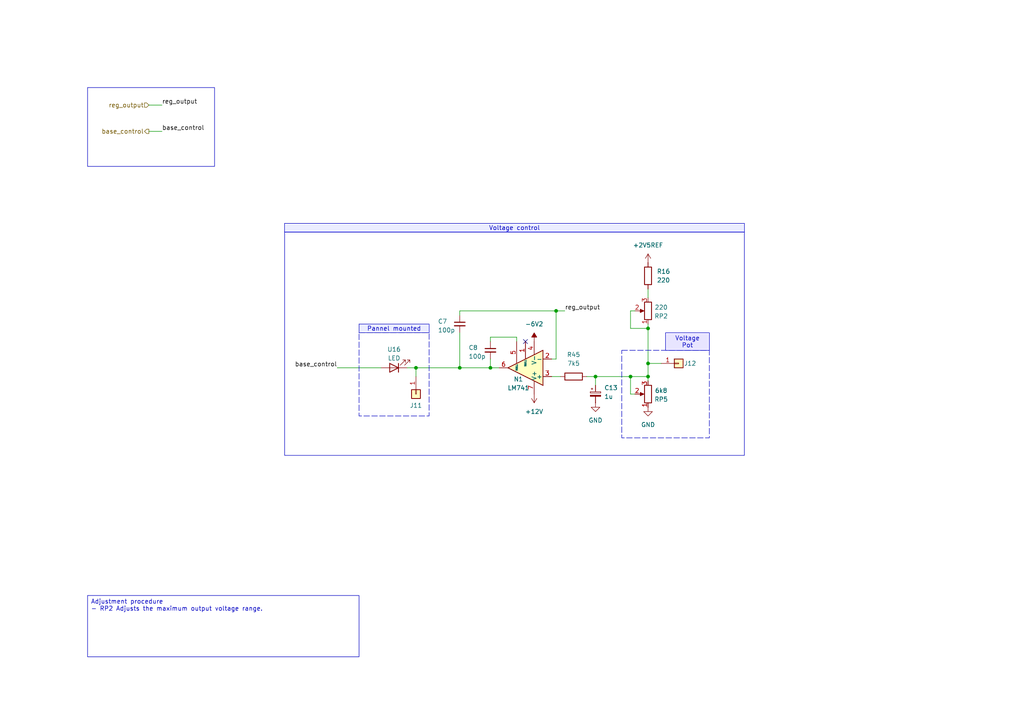
<source format=kicad_sch>
(kicad_sch (version 20250114) (generator "eeschema") (generator_version "9.0")
  (paper "A4")
  (title_block (title "PS23023 Master") (date "2025-12-29") (rev "1.0.0") (comment 1 "Compliant with Velleman’s layout") (comment 2 "Ref: AQF7.820.7120"))
  (lib_symbols
    (symbol "Amplifier_Operational:LM741" (pin_names (offset 0.127))
      (property "Reference" "U" (at 0 6.35 0))
      (property "Value" "LM741" (at 0 3.81 0))
      (symbol "LM741_0_1"
        (polyline (pts (xy -5.08 5.08) (xy 5.08 0) (xy -5.08 -5.08) (xy -5.08 5.08)) (stroke (width 0.254)) (fill (type background)))
      )
      (symbol "LM741_1_1"
        (pin input line (at -7.62 2.54 0) (length 2.54) (name "+") (number "3"))
        (pin input line (at -7.62 -2.54 0) (length 2.54) (name "-") (number "2"))
        (pin power_in line (at -2.54 7.62 270) (length 3.81) (name "V+") (number "7"))
        (pin power_in line (at -2.54 -7.62 90) (length 3.81) (name "V-") (number "4"))
        (pin no_connect line (at 0 2.54 270) (length 2.54) (hide yes) (name "NC") (number "8"))
        (pin input line (at 0 -7.62 90) (length 5.08) (name "NULL") (number "1"))
        (pin input line (at 2.54 -7.62 90) (length 6.35) (name "NULL") (number "5"))
        (pin output line (at 7.62 0 180) (length 2.54) (name "~") (number "6"))
      )
    )
    (symbol "Connector_Generic:Conn_01x01" (pin_names (offset 1.016) (hide yes))
      (property "Reference" "J" (at 0 2.54 0))
      (property "Value" "Conn_01x01" (at 0 -2.54 0))
      (symbol "Conn_01x01_1_1"
        (rectangle (start -1.27 1.27) (end 1.27 -1.27) (stroke (width 0.254)) (fill (type background)))
        (rectangle (start -1.27 0.127) (end 0 -0.127) (stroke (width 0.1524)))
        (pin passive line (at -5.08 0 0) (length 3.81) (name "Pin_1") (number "1"))
      )
    )
    (symbol "Device:C_Polarized_Small" (pin_numbers (hide yes)) (pin_names (offset 0.254) (hide yes))
      (property "Reference" "C" (at 0.254 1.778 0))
      (property "Value" "C_Polarized_Small" (at 0.254 -2.032 0))
      (symbol "C_Polarized_Small_0_1"
        (rectangle (start -1.524 0.6858) (end 1.524 0.3048))
        (rectangle (start -1.524 -0.3048) (end 1.524 -0.6858) (fill (type outline)))
        (polyline (pts (xy -1.27 1.524) (xy -0.762 1.524)))
        (polyline (pts (xy -1.016 1.27) (xy -1.016 1.778)))
      )
      (symbol "C_Polarized_Small_1_1"
        (pin passive line (at 0 2.54 270) (length 1.8542) (name "~") (number "1"))
        (pin passive line (at 0 -2.54 90) (length 1.8542) (name "~") (number "2"))
      )
    )
    (symbol "Device:C_Small" (pin_numbers (hide yes)) (pin_names (offset 0.254) (hide yes))
      (property "Reference" "C" (at 0.254 1.778 0))
      (property "Value" "C_Small" (at 0.254 -2.032 0))
      (symbol "C_Small_0_1"
        (polyline (pts (xy -1.524 0.508) (xy 1.524 0.508)) (stroke (width 0.3048)))
        (polyline (pts (xy -1.524 -0.508) (xy 1.524 -0.508)) (stroke (width 0.3302)))
      )
      (symbol "C_Small_1_1"
        (pin passive line (at 0 2.54 270) (length 2.032) (name "~") (number "1"))
        (pin passive line (at 0 -2.54 90) (length 2.032) (name "~") (number "2"))
      )
    )
    (symbol "Device:LED" (pin_numbers (hide yes)) (pin_names (offset 1.016) (hide yes))
      (property "Reference" "D" (at 0 2.54 0))
      (property "Value" "LED" (at 0 -2.54 0))
      (symbol "LED_0_1"
        (polyline (pts (xy -3.048 -0.762) (xy -4.572 -2.286) (xy -3.81 -2.286) (xy -4.572 -2.286) (xy -4.572 -1.524)))
        (polyline (pts (xy -1.778 -0.762) (xy -3.302 -2.286) (xy -2.54 -2.286) (xy -3.302 -2.286) (xy -3.302 -1.524)))
        (polyline (pts (xy -1.27 0) (xy 1.27 0)))
        (polyline (pts (xy -1.27 -1.27) (xy -1.27 1.27)) (stroke (width 0.254)))
        (polyline (pts (xy 1.27 -1.27) (xy 1.27 1.27) (xy -1.27 0) (xy 1.27 -1.27)) (stroke (width 0.254)))
      )
      (symbol "LED_1_1"
        (pin passive line (at -3.81 0 0) (length 2.54) (name "K") (number "1"))
        (pin passive line (at 3.81 0 180) (length 2.54) (name "A") (number "2"))
      )
    )
    (symbol "Device:R" (pin_numbers (hide yes)) (pin_names (offset 0))
      (property "Reference" "R" (at 2.032 0 90))
      (property "Value" "R" (at 0 0 90))
      (symbol "R_0_1"
        (rectangle (start -1.016 -2.54) (end 1.016 2.54) (stroke (width 0.254)))
      )
      (symbol "R_1_1"
        (pin passive line (at 0 3.81 270) (length 1.27) (name "~") (number "1"))
        (pin passive line (at 0 -3.81 90) (length 1.27) (name "~") (number "2"))
      )
    )
    (symbol "Device:R_Potentiometer" (pin_names (offset 1.016) (hide yes))
      (property "Reference" "RV" (at -4.445 0 90))
      (property "Value" "R_Potentiometer" (at -2.54 0 90))
      (symbol "R_Potentiometer_0_1"
        (rectangle (start 1.016 2.54) (end -1.016 -2.54) (stroke (width 0.254)))
        (polyline (pts (xy 1.143 0) (xy 2.286 0.508) (xy 2.286 -0.508) (xy 1.143 0)) (fill (type outline)))
        (polyline (pts (xy 2.54 0) (xy 1.524 0)))
      )
      (symbol "R_Potentiometer_1_1"
        (pin passive line (at 0 3.81 270) (length 1.27) (name "1") (number "1"))
        (pin passive line (at 0 -3.81 90) (length 1.27) (name "3") (number "3"))
        (pin passive line (at 3.81 0 180) (length 1.27) (name "2") (number "2"))
      )
    )
    (symbol "power:+12V" (power) (pin_numbers (hide yes)) (pin_names (offset 0) (hide yes))
      (property "Value" "+12V" (at 0 3.556 0))
      (symbol "+12V_0_1"
        (polyline (pts (xy -0.762 1.27) (xy 0 2.54)))
        (polyline (pts (xy 0 2.54) (xy 0.762 1.27)))
        (polyline (pts (xy 0 0) (xy 0 2.54)))
      )
      (symbol "+12V_1_1"
        (pin power_in line (at 0 0 90) (length 0) (name "~") (number "1"))
      )
    )
    (symbol "power:+2V5" (power) (pin_numbers (hide yes)) (pin_names (offset 0) (hide yes))
      (property "Value" "+2V5" (at 0 3.556 0))
      (symbol "+2V5_0_1"
        (polyline (pts (xy -0.762 1.27) (xy 0 2.54)))
        (polyline (pts (xy 0 2.54) (xy 0.762 1.27)))
        (polyline (pts (xy 0 0) (xy 0 2.54)))
      )
      (symbol "+2V5_1_1"
        (pin power_in line (at 0 0 90) (length 0) (name "~") (number "1"))
      )
    )
    (symbol "power:-6V" (power) (pin_numbers (hide yes)) (pin_names (offset 0) (hide yes))
      (property "Value" "-6V" (at 0 3.556 0))
      (symbol "-6V_0_0"
        (pin power_in line (at 0 0 90) (length 0) (name "~") (number "1"))
      )
      (symbol "-6V_0_1"
        (polyline (pts (xy 0 0) (xy 0 1.27) (xy 0.762 1.27) (xy 0 2.54) (xy -0.762 1.27) (xy 0 1.27)) (fill (type outline)))
      )
    )
    (symbol "power:GND" (power) (pin_numbers (hide yes)) (pin_names (offset 0) (hide yes))
      (property "Value" "GND" (at 0 -3.81 0))
      (symbol "GND_0_1"
        (polyline (pts (xy 0 0) (xy 0 -1.27) (xy 1.27 -1.27) (xy 0 -2.54) (xy -1.27 -1.27) (xy 0 -1.27)))
      )
      (symbol "GND_1_1"
        (pin power_in line (at 0 0 270) (length 0) (name "~") (number "1"))
      )
    )
  )
  (rectangle (start 25.4 25.4) (end 62.23 48.26))
  (rectangle (start 82.55 67.31) (end 215.9 132.08))
  (rectangle (start 180.34 101.6) (end 205.74 127) (stroke (width 0) (type dash)))
  (rectangle (start 104.14 96.52) (end 124.46 120.65) (stroke (width 0) (type dash)))
  (text_box "Voltage control" (at 82.55 64.77 0) (size 133.35 2.54) (margins 0.9525 0.9525 0.9525 0.9525) (fill (type color) (color 235 237 255 1)) (effects (font (size 1.27 1.27))))
  (text_box "Pannel mounted" (at 104.14 93.98 0) (size 20.32 2.54) (margins 0.9525 0.9525 0.9525 0.9525) (fill (type color) (color 235 237 255 1)) (effects (font (size 1.27 1.27))))
  (text_box "Adjustment procedure\n- RP2 Adjusts the maximum output voltage range." (at 25.4 172.72 0) (size 78.74 17.78) (margins 0.9525 0.9525 0.9525 0.9525) (effects (font (size 1.27 1.27)) (justify left top)))
  (text_box "Voltage Pot\n" (at 193.04 96.52 0) (size 12.7 5.08) (margins 0.9525 0.9525 0.9525 0.9525) (fill (type color) (color 232 229 255 1)) (effects (font (size 1.27 1.27))))
  (junction (at 172.72 109.22))
  (junction (at 120.65 106.68))
  (junction (at 182.88 109.22))
  (junction (at 187.96 109.22))
  (junction (at 187.96 95.25))
  (junction (at 161.29 90.17))
  (junction (at 133.35 106.68))
  (junction (at 142.24 106.68))
  (junction (at 187.96 105.41))
  (no_connect (at 152.4 99.06))
  (wire (pts (xy 182.88 109.22) (xy 187.96 109.22)))
  (wire (pts (xy 118.11 106.68) (xy 120.65 106.68)))
  (wire (pts (xy 182.88 114.3) (xy 182.88 109.22)))
  (wire (pts (xy 133.35 91.44) (xy 133.35 90.17)))
  (wire (pts (xy 142.24 104.14) (xy 142.24 106.68)))
  (wire (pts (xy 142.24 106.68) (xy 144.78 106.68)))
  (wire (pts (xy 133.35 90.17) (xy 161.29 90.17)))
  (wire (pts (xy 182.88 95.25) (xy 187.96 95.25)))
  (wire (pts (xy 187.96 109.22) (xy 187.96 110.49)))
  (wire (pts (xy 161.29 104.14) (xy 160.02 104.14)))
  (wire (pts (xy 160.02 109.22) (xy 162.56 109.22)))
  (wire (pts (xy 187.96 105.41) (xy 191.77 105.41)))
  (wire (pts (xy 43.18 38.1) (xy 46.99 38.1)))
  (wire (pts (xy 161.29 90.17) (xy 161.29 104.14)))
  (wire (pts (xy 149.86 97.79) (xy 142.24 97.79)))
  (wire (pts (xy 184.15 114.3) (xy 182.88 114.3)))
  (wire (pts (xy 120.65 106.68) (xy 133.35 106.68)))
  (wire (pts (xy 97.79 106.68) (xy 110.49 106.68)))
  (wire (pts (xy 187.96 105.41) (xy 187.96 109.22)))
  (wire (pts (xy 161.29 90.17) (xy 163.83 90.17)))
  (wire (pts (xy 43.18 30.48) (xy 46.99 30.48)))
  (wire (pts (xy 133.35 106.68) (xy 142.24 106.68)))
  (wire (pts (xy 172.72 111.76) (xy 172.72 109.22)))
  (wire (pts (xy 182.88 90.17) (xy 182.88 95.25)))
  (wire (pts (xy 149.86 99.06) (xy 149.86 97.79)))
  (wire (pts (xy 172.72 109.22) (xy 170.18 109.22)))
  (wire (pts (xy 133.35 96.52) (xy 133.35 106.68)))
  (wire (pts (xy 120.65 106.68) (xy 120.65 109.22)))
  (wire (pts (xy 184.15 90.17) (xy 182.88 90.17)))
  (wire (pts (xy 187.96 95.25) (xy 187.96 105.41)))
  (wire (pts (xy 172.72 109.22) (xy 182.88 109.22)))
  (wire (pts (xy 187.96 83.82) (xy 187.96 86.36)))
  (wire (pts (xy 142.24 97.79) (xy 142.24 99.06)))
  (wire (pts (xy 187.96 93.98) (xy 187.96 95.25)))
  (label "reg_output" (at 46.99 30.48 0))
  (label "base_control" (at 97.79 106.68 180))
  (label "base_control" (at 46.99 38.1 0))
  (label "reg_output" (at 163.83 90.17 0))
  (hierarchical_label "base_control" (shape output) (at 43.18 38.1 180))
  (hierarchical_label "reg_output" (shape input) (at 43.18 30.48 180))
  (symbol (lib_id "Amplifier_Operational:LM741") (at 152.4 106.68 180) (unit 1)
    (property "Reference" "N1" (at 150.368 109.982 0))
    (property "Value" "LM741" (at 150.368 112.522 0))
    (property "Datasheet" "http://www.ti.com/lit/ds/symlink/lm741.pdf" (effects (hide yes)))
    (property "Description" "Operational Amplifier, DIP-8/TO-99-8" (effects (hide yes)))
  )
  (symbol (lib_id "Connector_Generic:Conn_01x01") (at 196.85 105.41 0) (unit 1)
    (property "Reference" "J12" (at 200.152 105.41 0))
    (property "Value" "Conn_01x01" (effects (hide yes)))
    (property "Description" "Generic connector, single row, 01x01, script generated (kicad-library-utils/schlib/autogen/connector/)" (effects (hide yes)))
  )
  (symbol (lib_id "Device:R") (at 166.37 109.22 270) (unit 1)
    (property "Reference" "R45" (at 166.37 102.87 90))
    (property "Value" "7k5" (at 166.37 105.41 90))
    (property "Description" "Resistor" (effects (hide yes)))
  )
  (symbol (lib_id "power:GND") (at 187.96 118.11 0) (unit 1)
    (property "Reference" "#PWR014" (effects (hide yes)))
    (property "Value" "GND" (at 187.96 123.19 0))
    (property "Description" "Power symbol creates a global label with name \"GND\" , ground" (effects (hide yes)))
  )
  (symbol (lib_id "Device:R_Potentiometer") (at 187.96 90.17 180) (unit 1)
    (property "Reference" "RP2" (at 191.77 91.694 0))
    (property "Value" "220" (at 191.77 89.154 0))
    (property "Description" "Potentiometer" (effects (hide yes)))
  )
  (symbol (lib_id "power:-6V") (at 154.94 99.06 0) (unit 1)
    (property "Reference" "#PWR010" (effects (hide yes)))
    (property "Value" "-6V2" (at 154.94 93.98 0))
    (property "Description" "Power symbol creates a global label with name \"-6V\"" (effects (hide yes)))
  )
  (symbol (lib_id "Device:C_Polarized_Small") (at 172.72 114.3 0) (unit 1)
    (property "Reference" "C13" (at 175.26 112.4838 0) (effects (justify left)))
    (property "Value" "1u" (at 175.26 115.0238 0) (effects (justify left)))
    (property "Description" "Polarized capacitor, small symbol" (effects (hide yes)))
  )
  (symbol (lib_id "Device:LED") (at 114.3 106.68 180) (unit 1)
    (property "Reference" "U16" (at 114.3 101.346 0))
    (property "Value" "LED" (at 114.3 103.886 0))
    (property "Description" "Light emitting diode" (effects (hide yes)))
    (property "Sim.Pins" "1=K 2=A" (effects (hide yes)))
  )
  (symbol (lib_id "Device:R") (at 187.96 80.01 180) (unit 1)
    (property "Reference" "R16" (at 190.5 78.7399 0) (effects (justify right)))
    (property "Value" "220" (at 190.5 81.2799 0) (effects (justify right)))
    (property "Description" "Resistor" (effects (hide yes)))
  )
  (symbol (lib_id "power:+2V5") (at 187.96 76.2 0) (unit 1)
    (property "Reference" "#PWR0104" (effects (hide yes)))
    (property "Value" "+2V5REF" (at 187.96 71.12 0))
    (property "Description" "Power symbol creates a global label with name \"+2V5\"" (effects (hide yes)))
  )
  (symbol (lib_id "Device:C_Small") (at 142.24 101.6 0) (unit 1)
    (property "Reference" "C8" (at 135.89 100.838 0) (effects (justify left)))
    (property "Value" "100p" (at 135.89 103.378 0) (effects (justify left)))
    (property "Description" "Unpolarized capacitor, small symbol" (effects (hide yes)))
  )
  (symbol (lib_id "power:+12V") (at 154.94 114.3 180) (unit 1)
    (property "Reference" "#PWR0102" (effects (hide yes)))
    (property "Value" "+12V" (at 154.94 119.38 0))
    (property "Description" "Power symbol creates a global label with name \"+12V\"" (effects (hide yes)))
  )
  (symbol (lib_id "power:GND") (at 172.72 116.84 0) (unit 1)
    (property "Reference" "#PWR0103" (effects (hide yes)))
    (property "Value" "GND" (at 172.72 121.92 0))
    (property "Description" "Power symbol creates a global label with name \"GND\" , ground" (effects (hide yes)))
  )
  (symbol (lib_id "Device:C_Small") (at 133.35 93.98 0) (unit 1)
    (property "Reference" "C7" (at 127 93.218 0) (effects (justify left)))
    (property "Value" "100p" (at 127 95.758 0) (effects (justify left)))
    (property "Description" "Unpolarized capacitor, small symbol" (effects (hide yes)))
  )
  (symbol (lib_id "Connector_Generic:Conn_01x01") (at 120.65 114.3 270) (unit 1)
    (property "Reference" "J11" (at 120.65 117.602 90))
    (property "Value" "Conn_01x01" (effects (hide yes)))
    (property "Description" "Generic connector, single row, 01x01, script generated (kicad-library-utils/schlib/autogen/connector/)" (effects (hide yes)))
  )
  (symbol (lib_id "Device:R_Potentiometer") (at 187.96 114.3 180) (unit 1)
    (property "Reference" "RP5" (at 191.77 115.824 0))
    (property "Value" "6k8" (at 191.77 113.284 0))
    (property "Description" "Potentiometer" (effects (hide yes)))
  )
)
</source>
